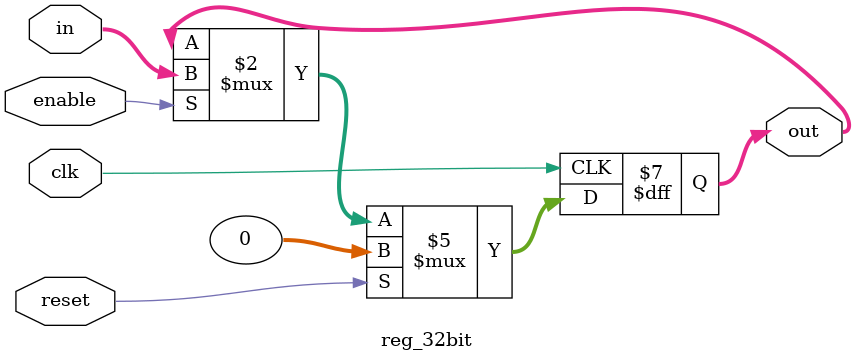
<source format=v>
module reg_32bit(out, in, enable, reset, clk);

   output [31:0] out;
   reg [31:0]    out;
   input [31:0]  in;
   input         enable, clk, reset;
   
   always @(posedge clk)
     begin
        if(reset)
          out <= 0;
        else
          if(enable)
            out <= in;
     end

endmodule

</source>
